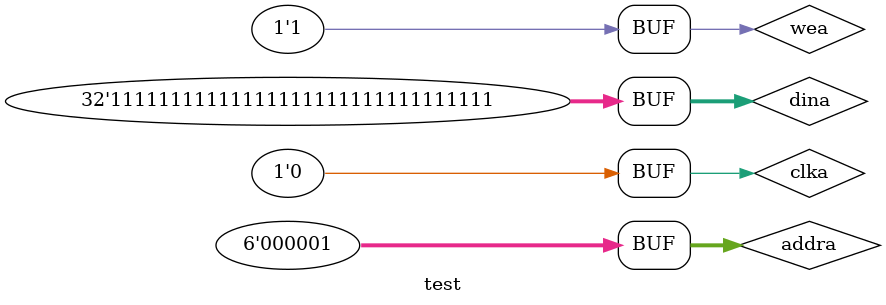
<source format=v>
`timescale 1ns / 1ps


module test;

	// Inputs
	reg clka;
	reg [0:0] wea;
	reg [5:0] addra;
	reg [31:0] dina;

	// Outputs
	wire [31:0] douta;

	// Instantiate the Unit Under Test (UUT)
	RAMB uut (
		.clka(clka), 
		.wea(wea), 
		.addra(addra), 
		.dina(dina), 
		.douta(douta)
	);

	initial begin
		// Initialize Inputs
		clka = 0;
		wea = 0;
		addra = 0;
		dina = 0;

		// Wait 100 ns for global reset to finish
		#100;
      clka = 1;
		wea = 0;
		addra = 6'b000001;
		dina = 32'h0000_0003;
		
		#100;
		clka = 0;
		wea = 0;
		addra = 6'b000001;
		dina = 32'h0000_0607;
		
		#100;
		clka = 1;
		wea = 1;
		addra = 6'b000001;
		dina = 32'hFFFF_FFFF;
		
		#100;
		clka = 0;
		wea = 1;
		addra = 6'b000001;
		dina = 32'hFFFF_FFFF;

		// Add stimulus here

	end
      
endmodule


</source>
